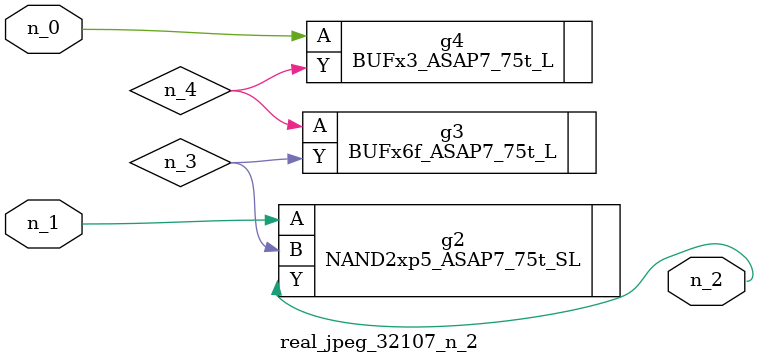
<source format=v>
module real_jpeg_32107_n_2 (n_1, n_0, n_2);

input n_1;
input n_0;

output n_2;

wire n_4;
wire n_3;

BUFx3_ASAP7_75t_L g4 ( 
.A(n_0),
.Y(n_4)
);

NAND2xp5_ASAP7_75t_SL g2 ( 
.A(n_1),
.B(n_3),
.Y(n_2)
);

BUFx6f_ASAP7_75t_L g3 ( 
.A(n_4),
.Y(n_3)
);


endmodule
</source>
